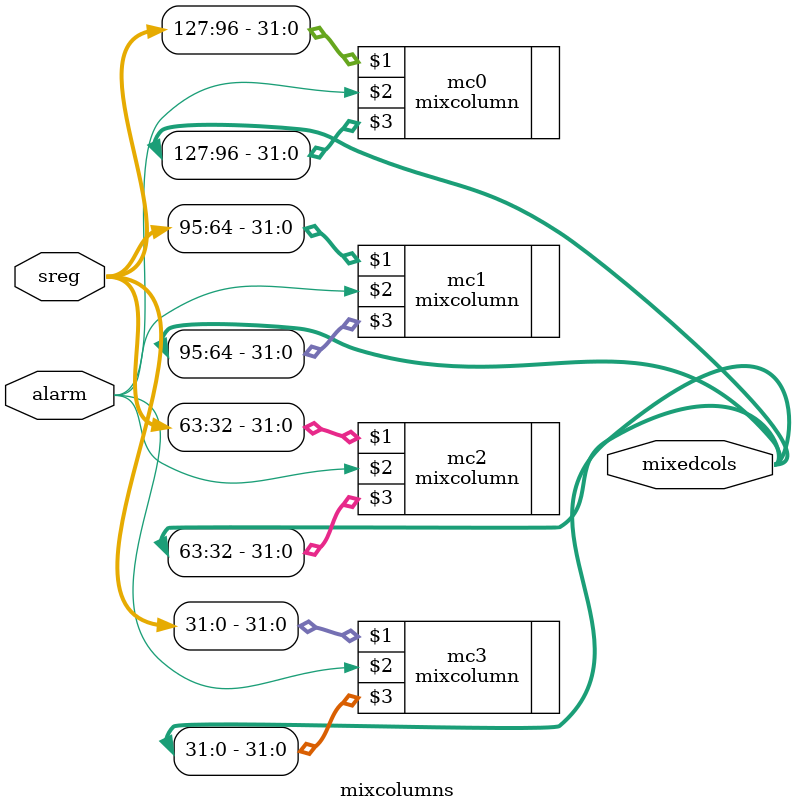
<source format=sv>

module mixcolumns(input [127:0] sreg,
                  input alarm,
                  output logic [127:0] mixedcols);

  mixcolumn mc0(sreg[127:96], alarm, mixedcols[127:96]);
  mixcolumn mc1(sreg[95:64],  alarm, mixedcols[95:64]);
  mixcolumn mc2(sreg[63:32],  alarm, mixedcols[63:32]);
  mixcolumn mc3(sreg[31:0],   alarm, mixedcols[31:0]);
endmodule
</source>
